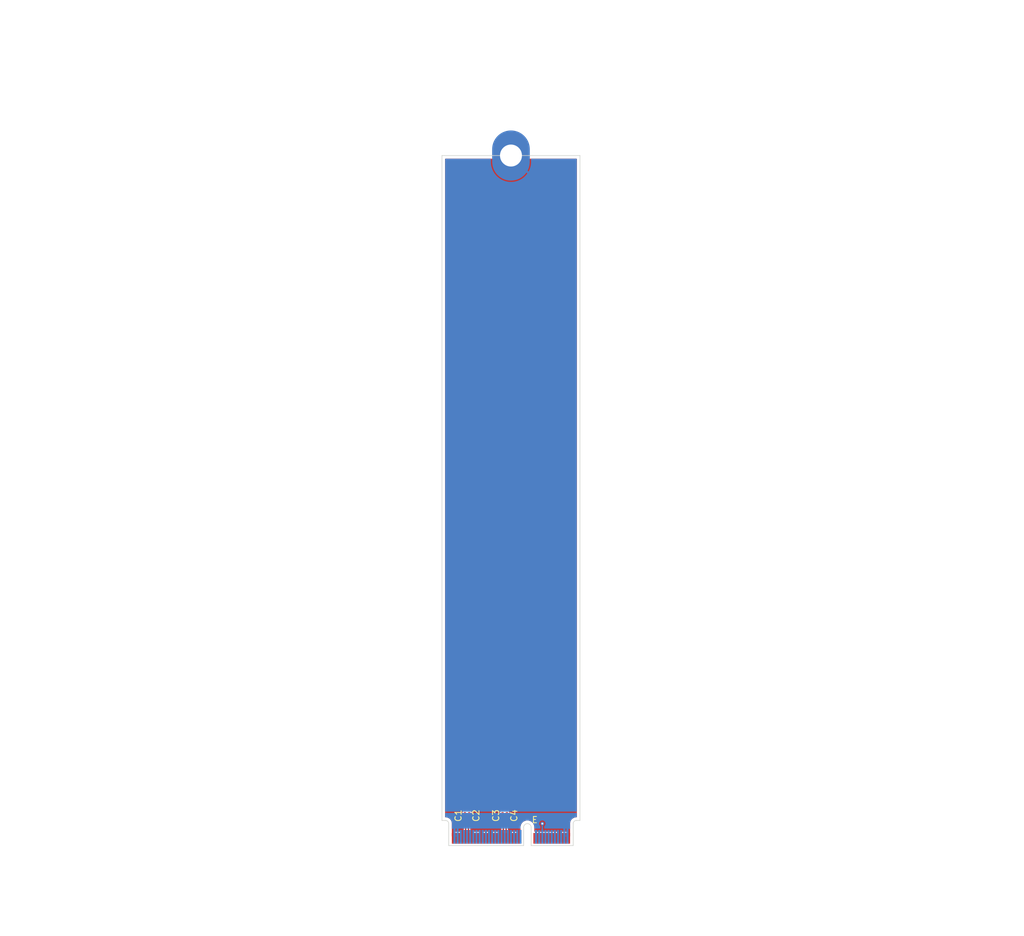
<source format=kicad_pcb>
(kicad_pcb (version 20241229) (generator "pcbnew") (generator_version "9.0")
  (layers (0 "F.Cu" signal) (2 "B.Cu" signal) (13 "F.Paste" user) (15 "B.Paste" user) (5 "F.SilkS" user "F.Silkscreen") (7 "B.SilkS" user "B.Silkscreen") (1 "F.Mask" user) (3 "B.Mask" user) (25 "Edge.Cuts" user))
  (net 0 "")
  (net 1 "/M.2 E Key/PET1P")
  (net 2 "/M.2 E Key/PET1N")
  (net 3 "/M.2 E Key/PET0P")
  (net 4 "/M.2 E Key/PET0N")
  (net 5 "GND")
  (net 6 "/PET0-")
  (net 7 "/PET1-")
  (net 8 "/PET1+")
  (net 9 "/PET0+")
  (net 10 "+3.3V")
  (net 11 "/USB_D+")
  (net 12 "/USB_D-")
  (net 13 "/LED#1")
  (net 14 "/I2S_SCK")
  (net 15 "/SDIO_CLK")
  (net 16 "/I2S_WS")
  (net 17 "/SDIO_CMD")
  (net 18 "/I2S_SD_OUT")
  (net 19 "/SDIO_DATA0")
  (net 20 "/I2S_SD_IN")
  (net 21 "/SDIO_DATA3")
  (net 22 "/LED#2")
  (net 23 "/SDIO_DATA2")
  (net 24 "/SDIO_DATA1")
  (net 25 "/UART_WAKE#")
  (net 26 "/SDIO__WAKE#")
  (net 27 "/UART_TXD")
  (net 28 "/SDIO_RESET#")
  (net 29 "/UART_RXD")
  (net 30 "/UARD_RTS")
  (net 31 "/PER0-")
  (net 32 "/UART_CTS")
  (net 33 "/PER0+")
  (net 39 "/REFCLK0+")
  (net 41 "/REFCLK0-")
  (net 42 "/SUSCLK")
  (net 43 "/PERST0#")
  (net 44 "/CLKREQ0#")
  (net 45 "/W_DISABLE2#")
  (net 46 "/PEWAKE#")
  (net 47 "/W_DISABLE1#")
  (net 48 "/I2C_DATA")
  (net 49 "/PER1+")
  (net 50 "/I2C_CLK")
  (net 51 "/PER1-")
  (net 52 "/ALERT#")
  (net 54 "/PERST1#")
  (net 55 "/CLKREQ1#")
  (net 56 "/PEWAKE1#")
  (net 57 "/REFCLK1+")
  (net 58 "/REFCLK1-")
  (footprint "Capacitor_SMD:C_0201_0603Metric" (layer "F.Cu") (at 107.11 153.93 90)
    (property "Reference" "C4" (at 0 1.14 90) (layer "F.SilkS"))
    (property "Value" "220nF")
    (pad "1" smd roundrect (at -0.32 0 90) (size 0.46 0.4) (layers "F.Cu" "F.Mask") (net 3 "/M.2 E Key/PET0P"))
    (pad "2" smd roundrect (at 0.32 0 90) (size 0.46 0.4) (layers "F.Cu" "F.Mask") (net 9 "/PET0+"))
  )
  (footprint "Capacitor_SMD:C_0201_0603Metric" (layer "F.Cu") (at 101.11 153.93 90)
    (property "Reference" "C2" (at 0 1.09 90) (layer "F.SilkS"))
    (property "Value" "220nF")
    (pad "1" smd roundrect (at -0.32 0 90) (size 0.46 0.4) (layers "F.Cu" "F.Mask") (net 1 "/M.2 E Key/PET1P"))
    (pad "2" smd roundrect (at 0.32 0 90) (size 0.46 0.4) (layers "F.Cu" "F.Mask") (net 8 "/PET1+"))
  )
  (footprint "PCIexpress:M.2 E Key Connector" (layer "F.Cu") (at 107.76 157.59)
    (property "Reference" "J1")
    (property "Value" "~")
    (fp_line (start -11 -2.89) (end -10.425 -2.89) (stroke (width 0.1)) (layer "Edge.Cuts") (net 1899))
    (fp_line (start -9.925 -2.39) (end -9.925 1.11) (stroke (width 0.1)) (layer "Edge.Cuts") (net 1899))
    (fp_line (start 2.02 -1.79) (end 2.02 1.11) (stroke (width 0.1)) (layer "Edge.Cuts") (net 1899))
    (fp_line (start 2.02 1.11) (end -9.925 1.11) (stroke (width 0.1)) (layer "Edge.Cuts") (net 1899))
    (fp_line (start 3.22 -1.79) (end 3.22 1.11) (stroke (width 0.1)) (layer "Edge.Cuts") (net 1899))
    (fp_line (start 3.22 1.11) (end 9.925 1.11) (stroke (width 0.1)) (layer "Edge.Cuts") (net 1899))
    (fp_line (start 9.925 -2.39) (end 9.925 1.11) (stroke (width 0.1)) (layer "Edge.Cuts") (net 1899))
    (fp_line (start 10.425 -2.89) (end 11 -2.89) (stroke (width 0.1)) (layer "Edge.Cuts") (net 1899))
    (fp_arc (start -10.425 -2.89) (mid -10.071447 -2.743553) (end -9.925 -2.39) (stroke (width 0.1)) (layer "Edge.Cuts") (net 1899))
    (fp_arc (start 2.02 -1.79) (mid 2.62 -2.39) (end 3.22 -1.79) (stroke (width 0.1)) (layer "Edge.Cuts") (net 1899))
    (fp_arc (start 9.925 -2.39) (mid 10.071447 -2.743553) (end 10.425 -2.89) (stroke (width 0.1)) (layer "Edge.Cuts") (net 1899))
    (fp_text user "E" (at 3.245 -2.395 0) (layer "F.SilkS") (effects (justify left bottom)))
    (pad "1" smd rect (at 9.25 -0.04 180) (size 0.35 1.7) (layers "F.Cu") (net 5 "GND"))
    (pad "2" smd rect (at 9 -0.29 180) (size 0.35 2.2) (layers "B.Cu") (net 10 "+3.3V"))
    (pad "3" smd rect (at 8.75 -0.04 180) (size 0.35 1.7) (layers "F.Cu") (net 11 "/USB_D+"))
    (pad "4" smd rect (at 8.5 -0.29 180) (size 0.35 2.2) (layers "B.Cu") (net 10 "+3.3V"))
    (pad "5" smd rect (at 8.25 -0.04 180) (size 0.35 1.7) (layers "F.Cu") (net 12 "/USB_D-"))
    (pad "6" smd rect (at 8 -0.29 180) (size 0.35 2.2) (layers "B.Cu") (net 13 "/LED#1"))
    (pad "7" smd rect (at 7.75 -0.04 180) (size 0.35 1.7) (layers "F.Cu") (net 5 "GND"))
    (pad "8" smd rect (at 7.5 -0.29 180) (size 0.35 2.2) (layers "B.Cu") (net 14 "/I2S_SCK"))
    (pad "9" smd rect (at 7.25 -0.04 180) (size 0.35 1.7) (layers "F.Cu") (net 15 "/SDIO_CLK"))
    (pad "10" smd rect (at 7 -0.29 180) (size 0.35 2.2) (layers "B.Cu") (net 16 "/I2S_WS"))
    (pad "11" smd rect (at 6.75 -0.04 180) (size 0.35 1.7) (layers "F.Cu") (net 17 "/SDIO_CMD"))
    (pad "12" smd rect (at 6.5 -0.29 180) (size 0.35 2.2) (layers "B.Cu") (net 18 "/I2S_SD_OUT"))
    (pad "13" smd rect (at 6.25 -0.04 180) (size 0.35 1.7) (layers "F.Cu") (net 19 "/SDIO_DATA0"))
    (pad "14" smd rect (at 6 -0.29 180) (size 0.35 2.2) (layers "B.Cu") (net 20 "/I2S_SD_IN"))
    (pad "15" smd rect (at 5.75 -0.04 180) (size 0.35 1.7) (layers "F.Cu") (net 21 "/SDIO_DATA3"))
    (pad "16" smd rect (at 5.5 -0.29 180) (size 0.35 2.2) (layers "B.Cu") (net 22 "/LED#2"))
    (pad "17" smd rect (at 5.25 -0.04 180) (size 0.35 1.7) (layers "F.Cu") (net 23 "/SDIO_DATA2"))
    (pad "18" smd rect (at 5 -0.29 180) (size 0.35 2.2) (layers "B.Cu") (net 5 "GND"))
    (pad "19" smd rect (at 4.75 -0.04 180) (size 0.35 1.7) (layers "F.Cu") (net 24 "/SDIO_DATA1"))
    (pad "20" smd rect (at 4.5 -0.29 180) (size 0.35 2.2) (layers "B.Cu") (net 25 "/UART_WAKE#"))
    (pad "21" smd rect (at 4.25 -0.04 180) (size 0.35 1.7) (layers "F.Cu") (net 26 "/SDIO__WAKE#"))
    (pad "22" smd rect (at 4 -0.29 180) (size 0.35 2.2) (layers "B.Cu") (net 27 "/UART_TXD"))
    (pad "23" smd rect (at 3.75 -0.04 180) (size 0.35 1.7) (layers "F.Cu") (net 28 "/SDIO_RESET#"))
    (pad "32" smd rect (at 1.5 -0.29 180) (size 0.35 2.2) (layers "B.Cu") (net 29 "/UART_RXD"))
    (pad "33" smd rect (at 1.25 -0.04 180) (size 0.35 1.7) (layers "F.Cu") (net 5 "GND"))
    (pad "34" smd rect (at 1 -0.29 180) (size 0.35 2.2) (layers "B.Cu") (net 30 "/UARD_RTS"))
    (pad "35" smd rect (at 0.75 -0.04 180) (size 0.35 1.7) (layers "F.Cu") (net 31 "/PER0-"))
    (pad "36" smd rect (at 0.5 -0.29 180) (size 0.35 2.2) (layers "B.Cu") (net 32 "/UART_CTS"))
    (pad "37" smd rect (at 0.25 -0.04 180) (size 0.35 1.7) (layers "F.Cu") (net 33 "/PER0+"))
    (pad "38" smd rect (at 0 -0.29 180) (size 0.35 2.2) (layers "B.Cu"))
    (pad "39" smd rect (at -0.25 -0.04 180) (size 0.35 1.7) (layers "F.Cu") (net 5 "GND"))
    (pad "40" smd rect (at -0.5 -0.29 180) (size 0.35 2.2) (layers "B.Cu"))
    (pad "41" smd rect (at -0.75 -0.04 180) (size 0.35 1.7) (layers "F.Cu") (net 3 "/M.2 E Key/PET0P"))
    (pad "42" smd rect (at -1 -0.29 180) (size 0.35 2.2) (layers "B.Cu"))
    (pad "43" smd rect (at -1.25 -0.04 180) (size 0.35 1.7) (layers "F.Cu") (net 4 "/M.2 E Key/PET0N"))
    (pad "44" smd rect (at -1.5 -0.29 180) (size 0.35 2.2) (layers "B.Cu"))
    (pad "45" smd rect (at -1.75 -0.04 180) (size 0.35 1.7) (layers "F.Cu") (net 5 "GND"))
    (pad "46" smd rect (at -2 -0.29 180) (size 0.35 2.2) (layers "B.Cu"))
    (pad "47" smd rect (at -2.25 -0.04 180) (size 0.35 1.7) (layers "F.Cu") (net 39 "/REFCLK0+"))
    (pad "48" smd rect (at -2.5 -0.29 180) (size 0.35 2.2) (layers "B.Cu"))
    (pad "49" smd rect (at -2.75 -0.04 180) (size 0.35 1.7) (layers "F.Cu") (net 41 "/REFCLK0-"))
    (pad "50" smd rect (at -3 -0.29 180) (size 0.35 2.2) (layers "B.Cu") (net 42 "/SUSCLK"))
    (pad "51" smd rect (at -3.25 -0.04 180) (size 0.35 1.7) (layers "F.Cu") (net 5 "GND"))
    (pad "52" smd rect (at -3.5 -0.29 180) (size 0.35 2.2) (layers "B.Cu") (net 43 "/PERST0#"))
    (pad "53" smd rect (at -3.75 -0.04 180) (size 0.35 1.7) (layers "F.Cu") (net 44 "/CLKREQ0#"))
    (pad "54" smd rect (at -4 -0.29 180) (size 0.35 2.2) (layers "B.Cu") (net 45 "/W_DISABLE2#"))
    (pad "55" smd rect (at -4.25 -0.04 180) (size 0.35 1.7) (layers "F.Cu") (net 46 "/PEWAKE#"))
    (pad "56" smd rect (at -4.5 -0.29 180) (size 0.35 2.2) (layers "B.Cu") (net 47 "/W_DISABLE1#"))
    (pad "57" smd rect (at -4.75 -0.04 180) (size 0.35 1.7) (layers "F.Cu") (net 5 "GND"))
    (pad "58" smd rect (at -5 -0.29 180) (size 0.35 2.2) (layers "B.Cu") (net 48 "/I2C_DATA"))
    (pad "59" smd rect (at -5.25 -0.04 180) (size 0.35 1.7) (layers "F.Cu") (net 49 "/PER1+"))
    (pad "60" smd rect (at -5.5 -0.29 180) (size 0.35 2.2) (layers "B.Cu") (net 50 "/I2C_CLK"))
    (pad "61" smd rect (at -5.75 -0.04 180) (size 0.35 1.7) (layers "F.Cu") (net 51 "/PER1-"))
    (pad "62" smd rect (at -6 -0.29 180) (size 0.35 2.2) (layers "B.Cu") (net 52 "/ALERT#"))
    (pad "63" smd rect (at -6.25 -0.04 180) (size 0.35 1.7) (layers "F.Cu") (net 5 "GND"))
    (pad "64" smd rect (at -6.5 -0.29 180) (size 0.35 2.2) (layers "B.Cu"))
    (pad "65" smd rect (at -6.75 -0.04 180) (size 0.35 1.7) (layers "F.Cu") (net 1 "/M.2 E Key/PET1P"))
    (pad "66" smd rect (at -7 -0.29 180) (size 0.35 2.2) (layers "B.Cu") (net 54 "/PERST1#"))
    (pad "67" smd rect (at -7.25 -0.04 180) (size 0.35 1.7) (layers "F.Cu") (net 2 "/M.2 E Key/PET1N"))
    (pad "68" smd rect (at -7.5 -0.29 180) (size 0.35 2.2) (layers "B.Cu") (net 55 "/CLKREQ1#"))
    (pad "69" smd rect (at -7.75 -0.04 180) (size 0.35 1.7) (layers "F.Cu") (net 5 "GND"))
    (pad "70" smd rect (at -8 -0.29 180) (size 0.35 2.2) (layers "B.Cu") (net 56 "/PEWAKE1#"))
    (pad "71" smd rect (at -8.25 -0.04 180) (size 0.35 1.7) (layers "F.Cu") (net 57 "/REFCLK1+"))
    (pad "72" smd rect (at -8.5 -0.29 180) (size 0.35 2.2) (layers "B.Cu") (net 10 "+3.3V"))
    (pad "73" smd rect (at -8.75 -0.04 180) (size 0.35 1.7) (layers "F.Cu") (net 58 "/REFCLK1-"))
    (pad "74" smd rect (at -9 -0.29 180) (size 0.35 2.2) (layers "B.Cu") (net 10 "+3.3V"))
    (pad "75" smd rect (at -9.25 -0.04 180) (size 0.35 1.7) (layers "F.Cu") (net 5 "GND"))
  )
  (footprint "Capacitor_SMD:C_0201_0603Metric" (layer "F.Cu") (at 106.41 153.93 90)
    (property "Reference" "C3" (at 0 -1.05 90) (layer "F.SilkS"))
    (property "Value" "220nF")
    (pad "1" smd roundrect (at -0.32 0 90) (size 0.46 0.4) (layers "F.Cu" "F.Mask") (net 4 "/M.2 E Key/PET0N"))
    (pad "2" smd roundrect (at 0.32 0 90) (size 0.46 0.4) (layers "F.Cu" "F.Mask") (net 6 "/PET0-"))
  )
  (footprint "Capacitor_SMD:C_0201_0603Metric" (layer "F.Cu") (at 100.41 153.93 90)
    (property "Reference" "C1" (at 0 -1.05 90) (layer "F.SilkS"))
    (property "Value" "220nF")
    (pad "1" smd roundrect (at -0.32 0 90) (size 0.46 0.4) (layers "F.Cu" "F.Mask") (net 2 "/M.2 E Key/PET1N"))
    (pad "2" smd roundrect (at 0.32 0 90) (size 0.46 0.4) (layers "F.Cu" "F.Mask") (net 7 "/PET1-"))
  )
  (footprint "Athena KiCAd library:M.2 Mounting Pad" (layer "F.Cu") (at 107.76 48.7)
    (property "Reference" "H1")
    (property "Value" "MountingHole_Pad")
    (pad "1" thru_hole circle (at 0 0) (size 5.5 5.5) (drill 3.5) (property pad_prop_castellated) (layers "*.Cu" "*.Mask") (net 5 "GND") (padstack (mode front_inner_back) (layer "Inner" (shape circle) (size 5.5 5.5)) (layer "B.Cu" (shape oval) (size 6 8))))
  )
  (gr_line (start 96.76 48.7) (end 96.76 154.7) (stroke (width 0.1)) (layer "Edge.Cuts"))
  (gr_line (start 118.76 48.7) (end 96.76 48.7) (stroke (width 0.1)) (layer "Edge.Cuts"))
  (gr_line (start 118.76 154.7) (end 118.76 48.7) (stroke (width 0.1)) (layer "Edge.Cuts"))
  (segment (start 100.985 156.249999) (end 100.985 154.720001) (width 0.2) (layer "F.Cu") (net 1))
  (segment (start 101.01 157.55) (end 101.01 156.274999) (width 0.2) (layer "F.Cu") (net 1))
  (segment (start 100.985 154.720001) (end 101.11 154.595001) (width 0.2) (layer "F.Cu") (net 1))
  (segment (start 101.01 156.274999) (end 100.985 156.249999) (width 0.2) (layer "F.Cu") (net 1))
  (segment (start 101.11 154.595001) (end 101.11 154.25) (width 0.2) (layer "F.Cu") (net 1))
  (segment (start 100.41 154.595001) (end 100.41 154.25) (width 0.2) (layer "F.Cu") (net 2))
  (segment (start 100.535 154.720001) (end 100.41 154.595001) (width 0.2) (layer "F.Cu") (net 2))
  (segment (start 100.535 156.249999) (end 100.535 154.720001) (width 0.2) (layer "F.Cu") (net 2))
  (segment (start 100.51 156.274999) (end 100.535 156.249999) (width 0.2) (layer "F.Cu") (net 2))
  (segment (start 100.51 157.55) (end 100.51 156.274999) (width 0.2) (layer "F.Cu") (net 2))
  (segment (start 107.01 157.55) (end 107.01 156.274999) (width 0.2) (layer "F.Cu") (net 3))
  (segment (start 106.985 154.720001) (end 107.11 154.595001) (width 0.2) (layer "F.Cu") (net 3))
  (segment (start 107.01 156.274999) (end 106.985 156.249999) (width 0.2) (layer "F.Cu") (net 3))
  (segment (start 107.11 154.595001) (end 107.11 154.25) (width 0.2) (layer "F.Cu") (net 3))
  (segment (start 106.985 156.249999) (end 106.985 154.720001) (width 0.2) (layer "F.Cu") (net 3))
  (segment (start 106.51 156.274999) (end 106.535 156.249999) (width 0.2) (layer "F.Cu") (net 4))
  (segment (start 106.51 157.55) (end 106.51 156.274999) (width 0.2) (layer "F.Cu") (net 4))
  (segment (start 106.535 156.249999) (end 106.535 154.720001) (width 0.2) (layer "F.Cu") (net 4))
  (segment (start 106.41 154.595001) (end 106.41 154.25) (width 0.2) (layer "F.Cu") (net 4))
  (segment (start 106.535 154.720001) (end 106.41 154.595001) (width 0.2) (layer "F.Cu") (net 4))
  (via (at 112.76 155.21) (size 0.6) (drill 0.3) (layers "F.Cu" "B.Cu") (net 5))
  (segment (start 112.76 155.21) (end 112.76 157.3) (width 0.2) (layer "B.Cu") (net 5))
  (zone (net 5) (net_name "GND") (layers "F.Cu" "B.Cu") (connect_pads (clearance 0.2)) (min_thickness 0.15) (fill yes (thermal_gap 0.2) (thermal_bridge_width 0.35))
    (polygon (pts (xy 92.76 157.23) (xy 92.76 48.7) (xy 122.76 48.7) (xy 122.76 157.23)))
  )
  (zone (net 10) (net_name "+3.3V") (layer "B.Cu") (priority 1) (connect_pads (clearance 0.2)) (min_thickness 0.15) (fill yes (thermal_gap 0.2) (thermal_bridge_width 0.35))
    (polygon (pts (xy 118.76 157.23) (xy 118.76 153.5) (xy 96.76 153.5) (xy 96.76 157.23)))
  )
)
</source>
